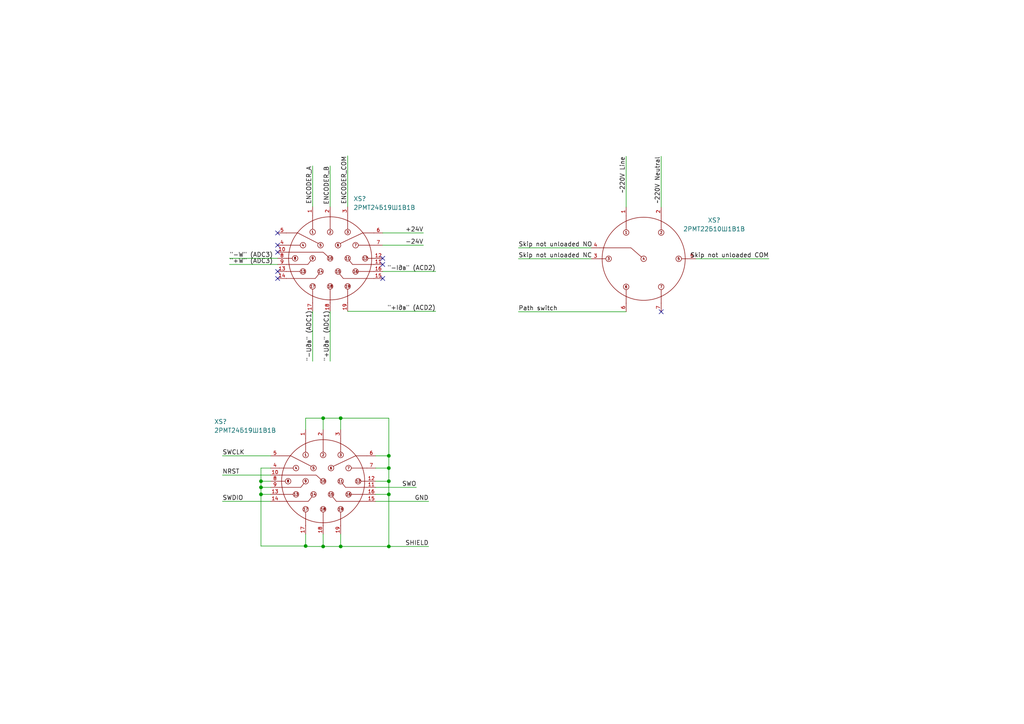
<source format=kicad_sch>
(kicad_sch (version 20211123) (generator eeschema)
  (paper "A4")
  (lib_symbols
    (symbol "SVIELCOM_Library:2РМТ22Б10Ш1В1В"
      (property "Reference" "XS" (at -17.272 13.843 0))
      (property "Value" "2РМТ22Б10Ш1В1В" (at -16.002 11.303 0))
      (symbol "2РМТ22Б10Ш1В1В_0_0"
        (polyline (pts (xy -12.7 0) (xy -11.049 0)) (stroke (width 0.1524)))
        (polyline (pts (xy -5.08 -9.017) (xy -5.08 -12.954)) (stroke (width 0.1524)))
        (polyline (pts (xy -5.08 12.446) (xy -5.08 8.509)) (stroke (width 0.1524)))
        (polyline (pts (xy 5.08 -9.017) (xy 5.08 -12.954)) (stroke (width 0.1524)))
        (polyline (pts (xy 5.08 12.446) (xy 5.08 8.509)) (stroke (width 0.1524)))
        (polyline (pts (xy 12.7 0) (xy 11.049 0)) (stroke (width 0.1524)))
        (polyline (pts (xy -0.635 0.508) (xy -3.683 3.175) (xy -12.7 3.175)) (stroke (width 0.1524)))
        (text "1" (at -5.08 7.62 0) (effects (font (size 0.7 0.7))))
        (text "2" (at 5.08 7.62 0) (effects (font (size 0.7 0.7))))
        (text "3" (at -10.16 0 0) (effects (font (size 0.7 0.7))))
        (text "4" (at 0 0 0) (effects (font (size 0.7 0.7))))
        (text "5" (at 10.16 0 0) (effects (font (size 0.7 0.7))))
        (text "6" (at -5.08 -8.128 0) (effects (font (size 0.7 0.7))))
        (text "7" (at 5.08 -8.128 0) (effects (font (size 0.7 0.7))))
      )
      (symbol "2РМТ22Б10Ш1В1В_0_1"
        (circle (center -10.16 0) (radius 0.8032) (stroke (width 0.1524)))
        (circle (center -5.08 -8.128) (radius 0.8032) (stroke (width 0.1524)))
        (circle (center -5.08 7.62) (radius 0.8032) (stroke (width 0.1524)))
        (circle (center 0 0) (radius 0.8032) (stroke (width 0.1524)))
        (circle (center 0 0) (radius 12.0483) (stroke (width 0.1524)))
        (circle (center 5.08 -8.128) (radius 0.8032) (stroke (width 0.1524)))
        (circle (center 5.08 7.62) (radius 0.8032) (stroke (width 0.1524)))
        (circle (center 10.16 0) (radius 0.8032) (stroke (width 0.1524)))
      )
      (symbol "2РМТ22Б10Ш1В1В_1_1"
        (pin passive line (at -5.08 14.986 270) (length 2.54) (name "") (number "1"))
        (pin passive line (at 5.08 14.986 270) (length 2.54) (name "") (number "2"))
        (pin passive line (at -15.24 0 0) (length 2.54) (name "") (number "3"))
        (pin passive line (at -15.24 3.175 0) (length 2.54) (name "") (number "4"))
        (pin passive line (at 15.24 0 180) (length 2.54) (name "") (number "5"))
        (pin passive line (at -5.08 -15.367 90) (length 2.54) (name "") (number "6"))
        (pin passive line (at 5.08 -15.367 90) (length 2.54) (name "") (number "7"))
      )
    )
    (symbol "SVIELCOM_Library:2РМТ24Б19Ш1В1В"
      (property "Reference" "XS" (at -17.272 13.843 0))
      (property "Value" "2РМТ24Б19Ш1В1В" (at -16.002 11.303 0))
      (symbol "2РМТ24Б19Ш1В1В_0_0"
        (polyline (pts (xy -12.7 -3.81) (xy -8.763 -3.81)) (stroke (width 0.1524)))
        (polyline (pts (xy -12.7 0) (xy -11.049 0)) (stroke (width 0.1524)))
        (polyline (pts (xy -12.7 3.81) (xy -8.763 3.81)) (stroke (width 0.1524)))
        (polyline (pts (xy -5.08 -9.017) (xy -5.08 -12.954)) (stroke (width 0.1524)))
        (polyline (pts (xy -5.08 12.446) (xy -5.08 8.509)) (stroke (width 0.1524)))
        (polyline (pts (xy -3.429 4.318) (xy -9.398 7.366)) (stroke (width 0.1524)))
        (polyline (pts (xy 0 -9.017) (xy 0 -12.954)) (stroke (width 0.1524)))
        (polyline (pts (xy 0 12.446) (xy 0 8.509)) (stroke (width 0.1524)))
        (polyline (pts (xy 5.08 -9.017) (xy 5.08 -12.954)) (stroke (width 0.1524)))
        (polyline (pts (xy 5.08 12.446) (xy 5.08 8.509)) (stroke (width 0.1524)))
        (polyline (pts (xy 8.255 3.81) (xy 12.7 3.81)) (stroke (width 0.1524)))
        (polyline (pts (xy 12.7 -3.81) (xy 8.255 -3.81)) (stroke (width 0.1524)))
        (polyline (pts (xy 12.7 0) (xy 11.049 0)) (stroke (width 0.1524)))
        (polyline (pts (xy -12.7 7.366) (xy -9.398 7.366) (xy -9.652 7.366)) (stroke (width 0.1524)))
        (polyline (pts (xy -5.588 -0.635) (xy -6.477 -1.778) (xy -12.7 -1.778)) (stroke (width 0.1524)))
        (polyline (pts (xy -3.302 -4.572) (xy -4.318 -5.842) (xy -12.7 -5.842)) (stroke (width 0.1524)))
        (polyline (pts (xy -0.635 0.508) (xy -2.032 1.778) (xy -12.7 1.778)) (stroke (width 0.1524)))
        (polyline (pts (xy 2.921 4.318) (xy 9.398 7.366) (xy 12.7 7.366)) (stroke (width 0.1524)))
        (polyline (pts (xy 12.7 -5.842) (xy 3.81 -5.842) (xy 2.794 -4.572)) (stroke (width 0.1524)))
        (polyline (pts (xy 12.7 -1.778) (xy 6.477 -1.778) (xy 5.588 -0.635)) (stroke (width 0.1524)))
        (text "1" (at -5.08 7.62 0) (effects (font (size 0.7 0.7))))
        (text "10" (at 0 0 0) (effects (font (size 0.7 0.7))))
        (text "11" (at 5.08 0 0) (effects (font (size 0.7 0.7))))
        (text "12" (at 10.16 0 0) (effects (font (size 0.7 0.7))))
        (text "13" (at -7.874 -3.81 0) (effects (font (size 0.7 0.7))))
        (text "14" (at -2.794 -3.81 0) (effects (font (size 0.7 0.7))))
        (text "15" (at 2.286 -3.81 0) (effects (font (size 0.7 0.7))))
        (text "16" (at 7.366 -3.81 0) (effects (font (size 0.7 0.7))))
        (text "17" (at -5.08 -8.128 0) (effects (font (size 0.7 0.7))))
        (text "18" (at 0 -8.128 0) (effects (font (size 0.7 0.7))))
        (text "19" (at 5.08 -8.128 0) (effects (font (size 0.7 0.7))))
        (text "2" (at 0 7.62 0) (effects (font (size 0.7 0.7))))
        (text "3" (at 5.08 7.62 0) (effects (font (size 0.7 0.7))))
        (text "4" (at -7.874 3.81 0) (effects (font (size 0.7 0.7))))
        (text "5" (at -2.794 3.81 0) (effects (font (size 0.7 0.7))))
        (text "6" (at 2.286 3.81 0) (effects (font (size 0.7 0.7))))
        (text "7" (at 7.366 3.81 0) (effects (font (size 0.7 0.7))))
        (text "8" (at -10.16 0 0) (effects (font (size 0.7 0.7))))
        (text "9" (at -5.08 0 0) (effects (font (size 0.7 0.7))))
      )
      (symbol "2РМТ24Б19Ш1В1В_0_1"
        (circle (center -10.16 0) (radius 0.8032) (stroke (width 0.1524)))
        (circle (center -7.874 -3.81) (radius 0.8032) (stroke (width 0.1524)))
        (circle (center -7.874 3.81) (radius 0.8032) (stroke (width 0.1524)))
        (circle (center -5.08 -8.128) (radius 0.8032) (stroke (width 0.1524)))
        (circle (center -5.08 0) (radius 0.8032) (stroke (width 0.1524)))
        (circle (center -5.08 7.62) (radius 0.8032) (stroke (width 0.1524)))
        (circle (center -2.794 -3.81) (radius 0.8032) (stroke (width 0.1524)))
        (circle (center -2.794 3.81) (radius 0.8032) (stroke (width 0.1524)))
        (circle (center 0 -8.128) (radius 0.8032) (stroke (width 0.1524)))
        (circle (center 0 0) (radius 0.8032) (stroke (width 0.1524)))
        (circle (center 0 0) (radius 12.0483) (stroke (width 0.1524)))
        (circle (center 0 7.62) (radius 0.8032) (stroke (width 0.1524)))
        (circle (center 2.286 -3.81) (radius 0.8032) (stroke (width 0.1524)))
        (circle (center 2.286 3.81) (radius 0.8032) (stroke (width 0.1524)))
        (circle (center 5.08 -8.128) (radius 0.8032) (stroke (width 0.1524)))
        (circle (center 5.08 0) (radius 0.8032) (stroke (width 0.1524)))
        (circle (center 5.08 7.62) (radius 0.8032) (stroke (width 0.1524)))
        (circle (center 7.366 -3.81) (radius 0.8032) (stroke (width 0.1524)))
        (circle (center 7.366 3.81) (radius 0.8032) (stroke (width 0.1524)))
        (circle (center 10.16 0) (radius 0.8032) (stroke (width 0.1524)))
      )
      (symbol "2РМТ24Б19Ш1В1В_1_1"
        (pin passive line (at -5.08 14.986 270) (length 2.54) (name "") (number "1"))
        (pin passive line (at -15.24 1.778 0) (length 2.54) (name "") (number "10"))
        (pin passive line (at 15.24 -1.778 180) (length 2.54) (name "") (number "11"))
        (pin passive line (at 15.24 0 180) (length 2.54) (name "") (number "12"))
        (pin passive line (at -15.24 -3.81 0) (length 2.54) (name "") (number "13"))
        (pin passive line (at -15.24 -5.842 0) (length 2.54) (name "") (number "14"))
        (pin passive line (at 15.24 -5.842 180) (length 2.54) (name "") (number "15"))
        (pin passive line (at 15.24 -3.81 180) (length 2.54) (name "") (number "16"))
        (pin passive line (at -5.08 -15.367 90) (length 2.54) (name "") (number "17"))
        (pin passive line (at 0 -15.367 90) (length 2.54) (name "") (number "18"))
        (pin passive line (at 5.08 -15.367 90) (length 2.54) (name "") (number "19"))
        (pin passive line (at 0 14.986 270) (length 2.54) (name "") (number "2"))
        (pin passive line (at 5.08 14.986 270) (length 2.54) (name "") (number "3"))
        (pin passive line (at -15.24 3.81 0) (length 2.54) (name "") (number "4"))
        (pin passive line (at -15.24 7.366 0) (length 2.54) (name "") (number "5"))
        (pin passive line (at 15.24 7.366 180) (length 2.54) (name "") (number "6"))
        (pin passive line (at 15.24 3.81 180) (length 2.54) (name "") (number "7"))
        (pin passive line (at -15.24 0 0) (length 2.54) (name "") (number "8"))
        (pin passive line (at -15.24 -1.778 0) (length 2.54) (name "") (number "9"))
      )
    )
  )
  (junction (at 112.776 143.383))
  (junction (at 75.692 143.383))
  (junction (at 112.776 158.496))
  (junction (at 93.726 158.496))
  (junction (at 88.646 158.369))
  (junction (at 112.776 139.573))
  (junction (at 75.692 139.573))
  (junction (at 75.692 141.351))
  (junction (at 112.776 135.763))
  (junction (at 98.806 158.496))
  (junction (at 98.806 121.285))
  (junction (at 93.726 121.285))
  (junction (at 112.776 132.207))
  (no_connect (at 191.77 90.424))
  (no_connect (at 80.518 78.74))
  (no_connect (at 80.518 71.12))
  (no_connect (at 80.518 67.564))
  (no_connect (at 80.518 73.152))
  (no_connect (at 80.518 80.772))
  (no_connect (at 110.998 74.93))
  (no_connect (at 110.998 76.708))
  (no_connect (at 110.998 80.772))
  (wire (pts (xy 66.548 74.93) (xy 80.518 74.93)))
  (wire (pts (xy 75.692 158.369) (xy 88.646 158.369)))
  (wire (pts (xy 93.726 121.285) (xy 93.726 124.587)))
  (wire (pts (xy 98.806 158.496) (xy 112.776 158.496)))
  (wire (pts (xy 75.692 143.383) (xy 75.692 141.351)))
  (wire (pts (xy 112.776 121.285) (xy 112.776 132.207)))
  (wire (pts (xy 88.646 124.587) (xy 88.646 121.285)))
  (wire (pts (xy 181.61 45.339) (xy 181.61 60.071)))
  (wire (pts (xy 64.516 137.795) (xy 78.486 137.795)))
  (wire (pts (xy 112.776 158.496) (xy 112.776 143.383)))
  (wire (pts (xy 75.692 139.573) (xy 78.486 139.573)))
  (wire (pts (xy 108.966 132.207) (xy 112.776 132.207)))
  (wire (pts (xy 98.806 121.285) (xy 98.806 124.587)))
  (wire (pts (xy 100.838 45.212) (xy 100.838 59.944)))
  (wire (pts (xy 90.678 48.133) (xy 90.678 59.944)))
  (wire (pts (xy 122.809 71.12) (xy 110.998 71.12)))
  (wire (pts (xy 191.77 45.339) (xy 191.77 60.071)))
  (wire (pts (xy 93.726 154.94) (xy 93.726 158.496)))
  (wire (pts (xy 100.838 90.297) (xy 126.365 90.297)))
  (wire (pts (xy 120.777 141.351) (xy 108.966 141.351)))
  (wire (pts (xy 110.998 78.74) (xy 126.365 78.74)))
  (wire (pts (xy 95.758 48.133) (xy 95.758 59.944)))
  (wire (pts (xy 88.646 121.285) (xy 93.726 121.285)))
  (wire (pts (xy 112.776 158.496) (xy 124.333 158.496)))
  (wire (pts (xy 112.776 143.383) (xy 108.966 143.383)))
  (wire (pts (xy 93.726 158.496) (xy 98.806 158.496)))
  (wire (pts (xy 64.516 145.415) (xy 78.486 145.415)))
  (wire (pts (xy 108.966 139.573) (xy 112.776 139.573)))
  (wire (pts (xy 93.726 121.285) (xy 98.806 121.285)))
  (wire (pts (xy 98.806 121.285) (xy 112.776 121.285)))
  (wire (pts (xy 122.809 67.564) (xy 110.998 67.564)))
  (wire (pts (xy 75.692 141.351) (xy 75.692 139.573)))
  (wire (pts (xy 150.368 71.882) (xy 171.45 71.882)))
  (wire (pts (xy 95.758 90.297) (xy 95.758 104.775)))
  (wire (pts (xy 64.516 132.207) (xy 78.486 132.207)))
  (wire (pts (xy 75.692 135.763) (xy 78.486 135.763)))
  (wire (pts (xy 90.678 90.297) (xy 90.678 104.775)))
  (wire (pts (xy 108.966 135.763) (xy 112.776 135.763)))
  (wire (pts (xy 88.646 158.369) (xy 88.646 158.496)))
  (wire (pts (xy 201.93 75.057) (xy 223.012 75.057)))
  (wire (pts (xy 75.692 139.573) (xy 75.692 135.763)))
  (wire (pts (xy 88.646 158.496) (xy 93.726 158.496)))
  (wire (pts (xy 108.966 145.415) (xy 124.333 145.415)))
  (wire (pts (xy 75.692 141.351) (xy 78.486 141.351)))
  (wire (pts (xy 66.548 76.708) (xy 80.518 76.708)))
  (wire (pts (xy 98.806 158.496) (xy 98.806 154.94)))
  (wire (pts (xy 150.368 90.424) (xy 181.61 90.424)))
  (wire (pts (xy 112.776 135.763) (xy 112.776 139.573)))
  (wire (pts (xy 150.368 75.057) (xy 171.45 75.057)))
  (wire (pts (xy 112.776 132.207) (xy 112.776 135.763)))
  (wire (pts (xy 112.776 139.573) (xy 112.776 143.383)))
  (wire (pts (xy 78.486 143.383) (xy 75.692 143.383)))
  (wire (pts (xy 75.692 143.383) (xy 75.692 158.369)))
  (wire (pts (xy 88.646 154.94) (xy 88.646 158.369)))
  (label "Skip not unloaded NO" (at 150.368 71.882 0))
  (label "\"-Uдв\" (ADC1)" (at 90.678 104.775 90))
  (label "Path switch" (at 150.368 90.424 0))
  (label "\"-Iдв\" (ACD2)" (at 126.365 78.74 180))
  (label "~220V Line" (at 181.61 45.339 270))
  (label "ENCODER_A" (at 90.678 48.133 270))
  (label "NRST" (at 64.516 137.795 0))
  (label "~220V Neutral" (at 191.77 45.339 270))
  (label "ENCODER_COM" (at 100.838 45.212 270))
  (label "\"+Uдв\" (ADC1)" (at 95.758 104.775 90))
  (label "SWCLK" (at 64.516 132.207 0))
  (label "+24V" (at 122.809 67.564 180))
  (label "SWDIO" (at 64.516 145.415 0))
  (label "\"+Iдв\" (ACD2)" (at 126.365 90.297 180))
  (label "GND" (at 124.333 145.415 180))
  (label "Skip not unloaded COM" (at 223.012 75.057 180))
  (label "SHIELD" (at 124.333 158.496 180))
  (label "\"+W\" (ADC3)" (at 66.548 76.708 0))
  (label "Skip not unloaded NC" (at 150.368 75.057 0))
  (label "\"-W\" (ADC3)" (at 66.548 74.93 0))
  (label "-24V" (at 122.809 71.12 180))
  (label "SWO" (at 120.777 141.351 180))
  (label "ENCODER_B" (at 95.758 48.133 270))
  (symbol (lib_id "SVIELCOM_Library:2РМТ24Б19Ш1В1В") (at 93.726 139.573 0) (unit 1) (in_bom no) (on_board no)
    (property "Reference" "XS?" (at 62.103 122.301 0) (effects (justify left)))
    (property "Value" "2РМТ24Б19Ш1В1В" (at 62.103 124.841 0) (effects (justify left)))
  )
  (symbol (lib_id "SVIELCOM_Library:2РМТ22Б10Ш1В1В") (at 186.69 75.057 0) (unit 1)
    (property "Reference" "XS?" (at 207.137 63.881 0))
    (property "Value" "2РМТ22Б10Ш1В1В" (at 207.137 66.421 0))
  )
  (symbol (lib_id "SVIELCOM_Library:2РМТ24Б19Ш1В1В") (at 95.758 74.93 0) (unit 1) (in_bom no) (on_board no)
    (property "Reference" "XS?" (at 102.4891 57.658 0) (effects (justify left)))
    (property "Value" "2РМТ24Б19Ш1В1В" (at 102.4891 60.198 0) (effects (justify left)))
  )
)
</source>
